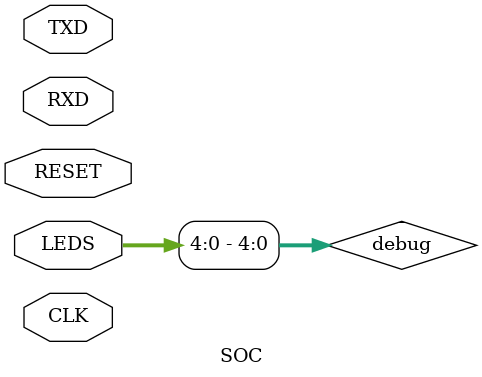
<source format=v>
`default_nettype none
`include "clockworks.v"
`include "processor.v"

module SOC (
    input       CLK,
    input       RESET,
    input       TXD,
    input       RXD,
    input [4:0] LEDS
);

    wire clk;
    wire reset;

    Clockworks #(
        .SLOW(17)
    ) CW (
        .CLK(CLK),
        .RESET(RESET),
        .clk(clk),
        .reset(reset)
    );


    wire        mem_access;
    wire [31:0] mem_addr;
    wire [31:0] mem_rdata;
    wire [31:0] debug;  

    Memory RAM(
        .clk(clk),
        .mem_addr(mem_addr),
        .mem_rdata(mem_rdata),
        .mem_access(mem_access)
    );

    Processor CPU(
        .clk(clk),
        .reset(reset),
        .mem_addr(mem_addr),
        .mem_rdata(mem_rdata),
        .mem_access(mem_access),
        .debug(debug)
    );
    assign LEDS = debug[4:0];

endmodule
</source>
